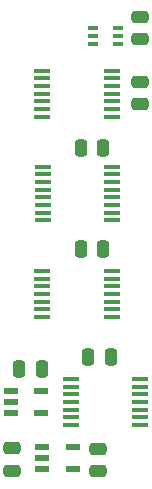
<source format=gtp>
%TF.GenerationSoftware,KiCad,Pcbnew,9.0.7-9.0.7~ubuntu24.04.1*%
%TF.CreationDate,2026-01-16T09:10:36+02:00*%
%TF.ProjectId,Device Decode stage A,44657669-6365-4204-9465-636f64652073,V1*%
%TF.SameCoordinates,Original*%
%TF.FileFunction,Paste,Top*%
%TF.FilePolarity,Positive*%
%FSLAX46Y46*%
G04 Gerber Fmt 4.6, Leading zero omitted, Abs format (unit mm)*
G04 Created by KiCad (PCBNEW 9.0.7-9.0.7~ubuntu24.04.1) date 2026-01-16 09:10:36*
%MOMM*%
%LPD*%
G01*
G04 APERTURE LIST*
G04 Aperture macros list*
%AMRoundRect*
0 Rectangle with rounded corners*
0 $1 Rounding radius*
0 $2 $3 $4 $5 $6 $7 $8 $9 X,Y pos of 4 corners*
0 Add a 4 corners polygon primitive as box body*
4,1,4,$2,$3,$4,$5,$6,$7,$8,$9,$2,$3,0*
0 Add four circle primitives for the rounded corners*
1,1,$1+$1,$2,$3*
1,1,$1+$1,$4,$5*
1,1,$1+$1,$6,$7*
1,1,$1+$1,$8,$9*
0 Add four rect primitives between the rounded corners*
20,1,$1+$1,$2,$3,$4,$5,0*
20,1,$1+$1,$4,$5,$6,$7,0*
20,1,$1+$1,$6,$7,$8,$9,0*
20,1,$1+$1,$8,$9,$2,$3,0*%
G04 Aperture macros list end*
%ADD10RoundRect,0.250000X0.475000X-0.250000X0.475000X0.250000X-0.475000X0.250000X-0.475000X-0.250000X0*%
%ADD11RoundRect,0.250000X0.250000X0.475000X-0.250000X0.475000X-0.250000X-0.475000X0.250000X-0.475000X0*%
%ADD12R,1.250000X0.600000*%
%ADD13R,1.150000X0.600000*%
%ADD14R,1.475000X0.450000*%
%ADD15R,1.450000X0.450000*%
%ADD16RoundRect,0.250000X-0.475000X0.250000X-0.475000X-0.250000X0.475000X-0.250000X0.475000X0.250000X0*%
%ADD17R,0.875000X0.450000*%
G04 APERTURE END LIST*
D10*
%TO.C,C10*%
X2256000Y-38846012D03*
X2256000Y-36946012D03*
%TD*%
D11*
%TO.C,C3*%
X4744000Y-30226000D03*
X2844000Y-30226000D03*
%TD*%
D12*
%TO.C,IC4*%
X2179000Y-32070000D03*
X2179000Y-33020000D03*
X2179000Y-33970000D03*
X4679000Y-33970000D03*
X4679000Y-32070000D03*
%TD*%
D13*
%TO.C,IC1*%
X4766000Y-36835012D03*
X4766000Y-37785012D03*
X4766000Y-38735012D03*
X7366000Y-38735012D03*
X7366000Y-36835012D03*
%TD*%
D14*
%TO.C,IC3*%
X4809000Y-4969842D03*
X4809000Y-5619842D03*
X4809000Y-6269842D03*
X4809000Y-6919842D03*
X4809000Y-7569842D03*
X4809000Y-8219842D03*
X4809000Y-8869842D03*
X10685000Y-8869842D03*
X10685000Y-8219842D03*
X10685000Y-7569842D03*
X10685000Y-6919842D03*
X10685000Y-6269842D03*
X10685000Y-5619842D03*
X10685000Y-4969842D03*
%TD*%
%TO.C,IC6*%
X4809000Y-21926000D03*
X4809000Y-22576000D03*
X4809000Y-23226000D03*
X4809000Y-23876000D03*
X4809000Y-24526000D03*
X4809000Y-25176000D03*
X4809000Y-25826000D03*
X10685000Y-25826000D03*
X10685000Y-25176000D03*
X10685000Y-24526000D03*
X10685000Y-23876000D03*
X10685000Y-23226000D03*
X10685000Y-22576000D03*
X10685000Y-21926000D03*
%TD*%
D15*
%TO.C,IC2*%
X4822000Y-13092000D03*
X4822000Y-13742000D03*
X4822000Y-14392000D03*
X4822000Y-15042000D03*
X4822000Y-15692000D03*
X4822000Y-16342000D03*
X4822000Y-16992000D03*
X4822000Y-17642000D03*
X10672000Y-17642000D03*
X10672000Y-16992000D03*
X10672000Y-16342000D03*
X10672000Y-15692000D03*
X10672000Y-15042000D03*
X10672000Y-14392000D03*
X10672000Y-13742000D03*
X10672000Y-13092000D03*
%TD*%
D11*
%TO.C,C5*%
X9951000Y-11557000D03*
X8051000Y-11557000D03*
%TD*%
%TO.C,C2*%
X10586000Y-29210000D03*
X8686000Y-29210000D03*
%TD*%
D10*
%TO.C,C11*%
X9525000Y-38907000D03*
X9525000Y-37007000D03*
%TD*%
D14*
%TO.C,IC13*%
X7222000Y-31070000D03*
X7222000Y-31720000D03*
X7222000Y-32370000D03*
X7222000Y-33020000D03*
X7222000Y-33670000D03*
X7222000Y-34320000D03*
X7222000Y-34970000D03*
X13098000Y-34970000D03*
X13098000Y-34320000D03*
X13098000Y-33670000D03*
X13098000Y-33020000D03*
X13098000Y-32370000D03*
X13098000Y-31720000D03*
X13098000Y-31070000D03*
%TD*%
D10*
%TO.C,C12*%
X13081000Y-2331000D03*
X13081000Y-431000D03*
%TD*%
D16*
%TO.C,C1*%
X13081000Y-5924000D03*
X13081000Y-7824000D03*
%TD*%
D11*
%TO.C,C9*%
X9951000Y-20066000D03*
X8051000Y-20066000D03*
%TD*%
D17*
%TO.C,IC5*%
X9098000Y-1382000D03*
X9098000Y-2032000D03*
X9098000Y-2682000D03*
X11222000Y-2682000D03*
X11222000Y-2032000D03*
X11222000Y-1382000D03*
%TD*%
M02*

</source>
